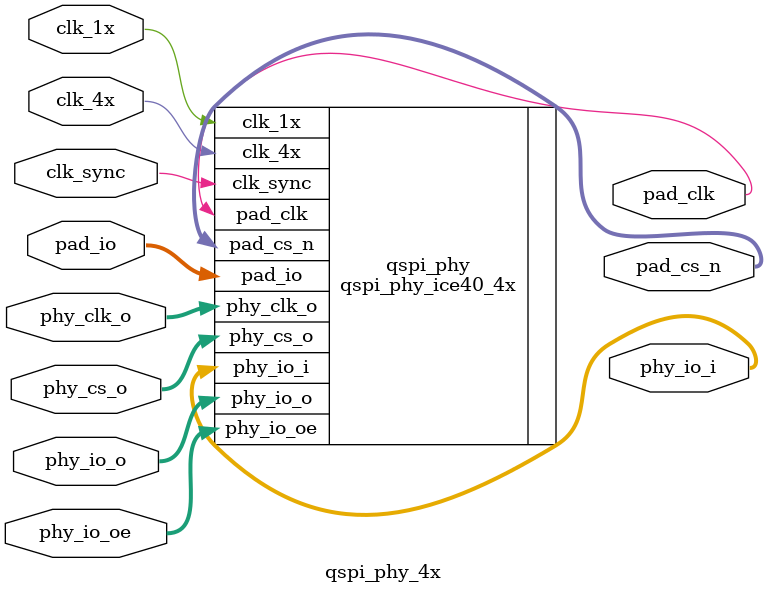
<source format=v>
`default_nettype none

module qspi_phy_4x #(
	parameter integer N_CS = 2,
	parameter integer WITH_CLK = 1,
	parameter integer CL = N_CS ? (N_CS-1) : 0
)(
	// Pads
	inout  wire [ 3:0] pad_io,
	output wire        pad_clk,
	output wire [CL:0] pad_cs_n,

	// PHY
	output wire [15:0] phy_io_i,
	input  wire [15:0] phy_io_o,
	input  wire [ 3:0] phy_io_oe,
	input  wire [ 3:0] phy_clk_o,
	input  wire [CL:0] phy_cs_o,

	// Clock
	input  wire clk_1x,
	input  wire clk_4x,
	input  wire clk_sync
);

	qspi_phy_ice40_4x #(
		.N_CS(N_CS),
		.WITH_CLK(WITH_CLK)
	) qspi_phy (
		.pad_io(pad_io),
		.pad_clk(pad_clk),
		.pad_cs_n(pad_cs_n),
		.phy_io_i(phy_io_i),
		.phy_io_o(phy_io_o),
		.phy_io_oe(phy_io_oe),
		.phy_clk_o(phy_clk_o),
		.phy_cs_o(phy_cs_o),
		.clk_1x(clk_1x),
		.clk_4x(clk_4x),
		.clk_sync(clk_sync)
	);

endmodule

</source>
